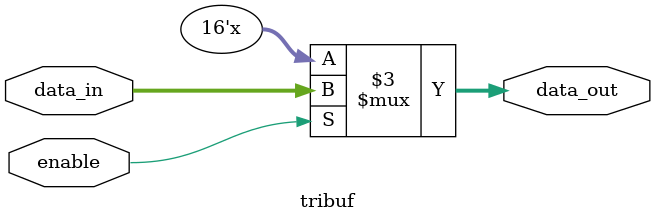
<source format=sv>

module tribuf(
    input logic [15:0] data_in,
    input logic enable,
    output logic [15:0] data_out
);
    always_comb begin
        if (enable)
            data_out = data_in;
        else
            data_out = 16'bzzzzzzzzzzzzzzzz;
    end
endmodule

</source>
